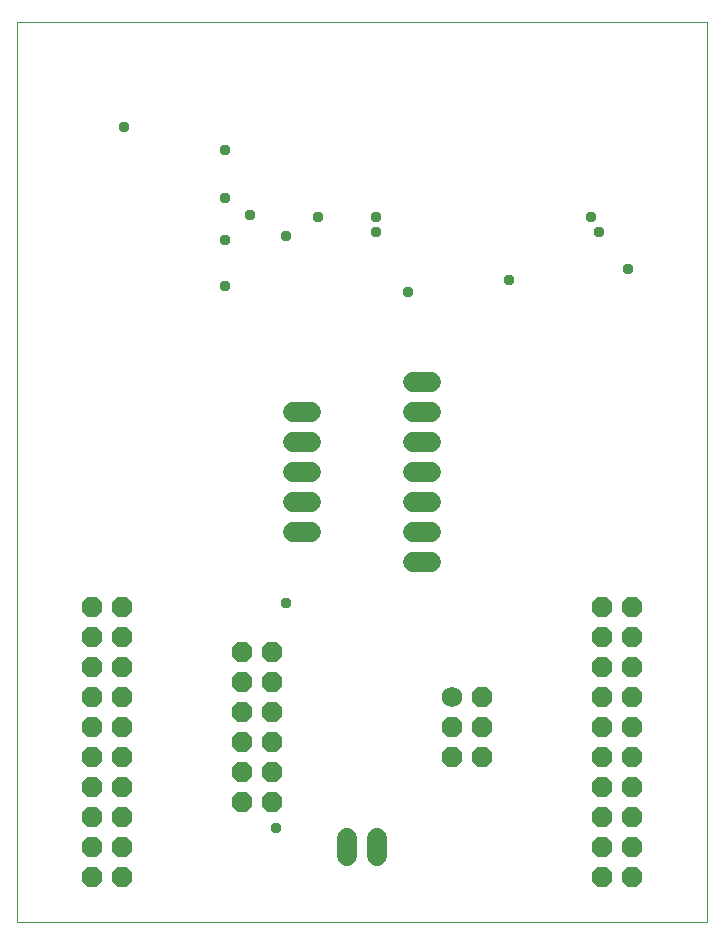
<source format=gbs>
G04 EAGLE Gerber RS-274X export*
G75*
%MOMM*%
%FSLAX34Y34*%
%LPD*%
%INSolder Mask bottom*%
%IPPOS*%
%AMOC8*
5,1,8,0,0,1.08239X$1,22.5*%
G01*
%ADD10C,0.000000*%
%ADD11P,1.869504X8X112.500000*%
%ADD12C,1.727200*%
%ADD13P,1.869504X8X292.500000*%
%ADD14C,1.727200*%
%ADD15C,0.959600*%


D10*
X0Y0D02*
X584200Y0D01*
X584200Y762000D01*
X0Y762000D01*
X0Y0D01*
D11*
X88900Y266700D03*
X88900Y241300D03*
X88900Y215900D03*
X88900Y190500D03*
X88900Y165100D03*
X88900Y139700D03*
X88900Y114300D03*
X88900Y88900D03*
X88900Y63500D03*
X88900Y38100D03*
X63500Y38100D03*
X63500Y63500D03*
X63500Y88900D03*
X63500Y114300D03*
X63500Y139700D03*
X63500Y165100D03*
X63500Y190500D03*
X63500Y215900D03*
X63500Y241300D03*
X63500Y266700D03*
X520700Y266700D03*
X520700Y241300D03*
X520700Y215900D03*
X520700Y190500D03*
X520700Y165100D03*
X520700Y139700D03*
X520700Y114300D03*
X520700Y88900D03*
X520700Y63500D03*
X520700Y38100D03*
X495300Y38100D03*
X495300Y63500D03*
X495300Y88900D03*
X495300Y114300D03*
X495300Y139700D03*
X495300Y165100D03*
X495300Y190500D03*
X495300Y215900D03*
X495300Y241300D03*
X495300Y266700D03*
D12*
X368300Y190500D03*
D13*
X368300Y165100D03*
X368300Y139700D03*
X393700Y190500D03*
X393700Y165100D03*
X393700Y139700D03*
D14*
X279400Y71120D02*
X279400Y55880D01*
X304800Y55880D02*
X304800Y71120D01*
X248920Y431800D02*
X233680Y431800D01*
X233680Y406400D02*
X248920Y406400D01*
X248920Y381000D02*
X233680Y381000D01*
X233680Y355600D02*
X248920Y355600D01*
X248920Y330200D02*
X233680Y330200D01*
X335280Y457200D02*
X350520Y457200D01*
X350520Y431800D02*
X335280Y431800D01*
X335280Y406400D02*
X350520Y406400D01*
X350520Y381000D02*
X335280Y381000D01*
X335280Y355600D02*
X350520Y355600D01*
X350520Y330200D02*
X335280Y330200D01*
X335280Y304800D02*
X350520Y304800D01*
D11*
X215900Y101600D03*
X215900Y127000D03*
X215900Y152400D03*
X215900Y177800D03*
X215900Y203200D03*
X215900Y228600D03*
X190500Y101600D03*
X190500Y127000D03*
X190500Y152400D03*
X190500Y177800D03*
X190500Y203200D03*
X190500Y228600D03*
D15*
X227584Y270256D03*
X218694Y80010D03*
X254254Y597408D03*
X90678Y673862D03*
X517398Y552958D03*
X416052Y544068D03*
X330708Y533400D03*
X176022Y538734D03*
X197358Y599186D03*
X304038Y584962D03*
X304038Y597408D03*
X176022Y654304D03*
X485394Y597408D03*
X492506Y584962D03*
X176022Y577850D03*
X176022Y613410D03*
X227584Y581406D03*
M02*

</source>
